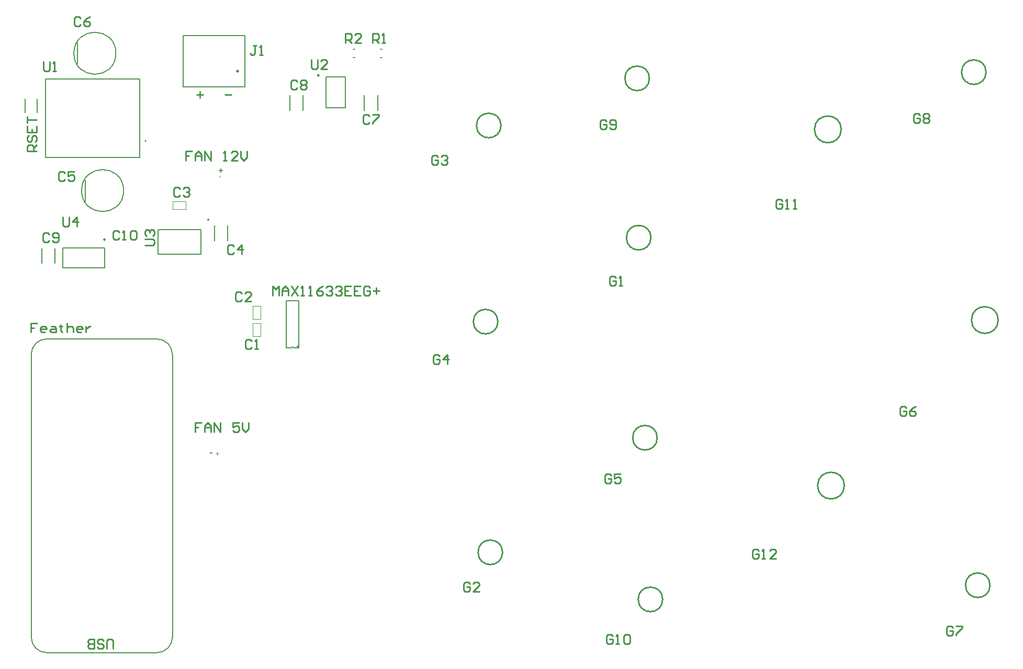
<source format=gto>
G04*
G04 #@! TF.GenerationSoftware,Altium Limited,Altium Designer,24.7.2 (38)*
G04*
G04 Layer_Color=65535*
%FSLAX44Y44*%
%MOMM*%
G71*
G04*
G04 #@! TF.SameCoordinates,47DF3F7B-CD24-4F9F-A129-F279A797EA3D*
G04*
G04*
G04 #@! TF.FilePolarity,Positive*
G04*
G01*
G75*
%ADD10C,0.2500*%
%ADD11C,0.2800*%
%ADD12C,0.2540*%
%ADD13C,0.2000*%
%ADD14C,0.1500*%
%ADD15C,0.1524*%
%ADD16C,0.1270*%
%ADD17C,0.1000*%
G36*
X2047040Y3941991D02*
Y3940785D01*
X2043357D01*
Y3941991D01*
X2047040D01*
D02*
G37*
G36*
X2055816Y3943350D02*
Y3940670D01*
X2058470D01*
Y3939553D01*
X2055816D01*
Y3936898D01*
X2054685D01*
Y3939553D01*
X2052031D01*
Y3940670D01*
X2054685D01*
Y3943350D01*
X2055816D01*
D02*
G37*
G36*
X2061197Y4399166D02*
X2063852D01*
Y4398035D01*
X2061197D01*
Y4395381D01*
X2060080D01*
Y4398035D01*
X2057400D01*
Y4399166D01*
X2060080D01*
Y4401820D01*
X2061197D01*
Y4399166D01*
D02*
G37*
G36*
X2059965Y4386707D02*
X2058759D01*
Y4390390D01*
X2059965D01*
Y4386707D01*
D02*
G37*
D10*
X1873710Y4287040D02*
G03*
X1873710Y4287040I-1250J0D01*
G01*
X2219630Y4552810D02*
G03*
X2219630Y4552810I-1250J0D01*
G01*
D11*
X2089180Y4559540D02*
G03*
X2089180Y4559540I-1400J0D01*
G01*
D12*
X2514058Y4471624D02*
G03*
X2514058Y4471624I-19838J0D01*
G01*
X2756688Y4290060D02*
G03*
X2756688Y4290060I-19838J0D01*
G01*
X3069590Y3888740D02*
G03*
X3069590Y3888740I-21590J0D01*
G01*
X3318510Y4156710D02*
G03*
X3318510Y4156710I-21590J0D01*
G01*
X2775678Y3704544D02*
G03*
X2775678Y3704544I-19838J0D01*
G01*
X2754148Y4547870D02*
G03*
X2754148Y4547870I-19838J0D01*
G01*
X3298918Y4557985D02*
G03*
X3298918Y4557985I-19838J0D01*
G01*
X2516598Y3780745D02*
G03*
X2516598Y3780745I-19838J0D01*
G01*
X2508978Y4154124D02*
G03*
X2508978Y4154124I-19838J0D01*
G01*
X2766788Y3966165D02*
G03*
X2766788Y3966165I-19838J0D01*
G01*
X3305328Y3727450D02*
G03*
X3305328Y3727450I-19838J0D01*
G01*
X3064510Y4465320D02*
G03*
X3064510Y4465320I-21590J0D01*
G01*
X2184160Y4114740D02*
X2185430Y4113470D01*
X1782823Y4295136D02*
X1780284Y4297675D01*
X1775205D01*
X1772666Y4295136D01*
Y4284979D01*
X1775205Y4282440D01*
X1780284D01*
X1782823Y4284979D01*
X1787901D02*
X1790440Y4282440D01*
X1795519D01*
X1798058Y4284979D01*
Y4295136D01*
X1795519Y4297675D01*
X1790440D01*
X1787901Y4295136D01*
Y4292597D01*
X1790440Y4290057D01*
X1798058D01*
X1896107Y4299200D02*
X1893568Y4301739D01*
X1888489D01*
X1885950Y4299200D01*
Y4289043D01*
X1888489Y4286504D01*
X1893568D01*
X1896107Y4289043D01*
X1901185Y4286504D02*
X1906263D01*
X1903724D01*
Y4301739D01*
X1901185Y4299200D01*
X1913881D02*
X1916420Y4301739D01*
X1921499D01*
X1924038Y4299200D01*
Y4289043D01*
X1921499Y4286504D01*
X1916420D01*
X1913881Y4289043D01*
Y4299200D01*
X1805178Y4323583D02*
Y4310887D01*
X1807717Y4308348D01*
X1812796D01*
X1815335Y4310887D01*
Y4323583D01*
X1828031Y4308348D02*
Y4323583D01*
X1820413Y4315966D01*
X1830570D01*
X2118360Y4601208D02*
X2113282D01*
X2115821D01*
Y4588512D01*
X2113282Y4585973D01*
X2110742D01*
X2108203Y4588512D01*
X2123438Y4585973D02*
X2128517D01*
X2125978D01*
Y4601208D01*
X2123438Y4598668D01*
X2301241Y4486908D02*
X2298702Y4489448D01*
X2293623D01*
X2291084Y4486908D01*
Y4476752D01*
X2293623Y4474213D01*
X2298702D01*
X2301241Y4476752D01*
X2306319Y4489448D02*
X2316476D01*
Y4486908D01*
X2306319Y4476752D01*
Y4474213D01*
X2306320Y4605274D02*
Y4620509D01*
X2313938D01*
X2316477Y4617970D01*
Y4612892D01*
X2313938Y4610352D01*
X2306320D01*
X2311398D02*
X2316477Y4605274D01*
X2321555D02*
X2326633D01*
X2324094D01*
Y4620509D01*
X2321555Y4617970D01*
X2184143Y4542786D02*
X2181604Y4545325D01*
X2176525D01*
X2173986Y4542786D01*
Y4532629D01*
X2176525Y4530090D01*
X2181604D01*
X2184143Y4532629D01*
X2189221Y4542786D02*
X2191760Y4545325D01*
X2196839D01*
X2199378Y4542786D01*
Y4540247D01*
X2196839Y4537708D01*
X2199378Y4535168D01*
Y4532629D01*
X2196839Y4530090D01*
X2191760D01*
X2189221Y4532629D01*
Y4535168D01*
X2191760Y4537708D01*
X2189221Y4540247D01*
Y4542786D01*
X2191760Y4537708D02*
X2196839D01*
X2262378Y4605274D02*
Y4620509D01*
X2269996D01*
X2272535Y4617970D01*
Y4612892D01*
X2269996Y4610352D01*
X2262378D01*
X2267456D02*
X2272535Y4605274D01*
X2287770D02*
X2277613D01*
X2287770Y4615431D01*
Y4617970D01*
X2285231Y4620509D01*
X2280152D01*
X2277613Y4617970D01*
X2207514Y4578091D02*
Y4565395D01*
X2210053Y4562856D01*
X2215132D01*
X2217671Y4565395D01*
Y4578091D01*
X2232906Y4562856D02*
X2222749D01*
X2232906Y4573013D01*
Y4575552D01*
X2230367Y4578091D01*
X2225288D01*
X2222749Y4575552D01*
X2021840Y4521198D02*
X2031997D01*
X2026918Y4526276D02*
Y4516119D01*
X2067545Y4521198D02*
X2077702D01*
X1885940Y3624595D02*
Y3637291D01*
X1883401Y3639830D01*
X1878323D01*
X1875783Y3637291D01*
Y3624595D01*
X1860548Y3627134D02*
X1863087Y3624595D01*
X1868166D01*
X1870705Y3627134D01*
Y3629673D01*
X1868166Y3632212D01*
X1863087D01*
X1860548Y3634751D01*
Y3637291D01*
X1863087Y3639830D01*
X1868166D01*
X1870705Y3637291D01*
X1855470Y3624595D02*
Y3639830D01*
X1847852D01*
X1845313Y3637291D01*
Y3634751D01*
X1847852Y3632212D01*
X1855470D01*
X1847852D01*
X1845313Y3629673D01*
Y3627134D01*
X1847852Y3624595D01*
X1855470D01*
X1994659Y4369304D02*
X1992119Y4371843D01*
X1987041D01*
X1984502Y4369304D01*
Y4359147D01*
X1987041Y4356608D01*
X1992119D01*
X1994659Y4359147D01*
X1999737Y4369304D02*
X2002276Y4371843D01*
X2007355D01*
X2009894Y4369304D01*
Y4366765D01*
X2007355Y4364225D01*
X2004815D01*
X2007355D01*
X2009894Y4361686D01*
Y4359147D01*
X2007355Y4356608D01*
X2002276D01*
X1999737Y4359147D01*
X2094231Y4199888D02*
X2091692Y4202427D01*
X2086613D01*
X2084074Y4199888D01*
Y4189732D01*
X2086613Y4187192D01*
X2091692D01*
X2094231Y4189732D01*
X2109466Y4187192D02*
X2099309D01*
X2109466Y4197349D01*
Y4199888D01*
X2106927Y4202427D01*
X2101848D01*
X2099309Y4199888D01*
X2110740Y4122418D02*
X2108201Y4124958D01*
X2103123D01*
X2100583Y4122418D01*
Y4112262D01*
X2103123Y4109723D01*
X2108201D01*
X2110740Y4112262D01*
X2115818Y4109723D02*
X2120897D01*
X2118358D01*
Y4124958D01*
X2115818Y4122418D01*
X1762758Y4429769D02*
X1747522D01*
Y4437386D01*
X1750062Y4439926D01*
X1755140D01*
X1757679Y4437386D01*
Y4429769D01*
Y4434847D02*
X1762758Y4439926D01*
X1750062Y4455161D02*
X1747522Y4452622D01*
Y4447543D01*
X1750062Y4445004D01*
X1752601D01*
X1755140Y4447543D01*
Y4452622D01*
X1757679Y4455161D01*
X1760218D01*
X1762758Y4452622D01*
Y4447543D01*
X1760218Y4445004D01*
X1747522Y4470396D02*
Y4460239D01*
X1762758D01*
Y4470396D01*
X1755140Y4460239D02*
Y4465317D01*
X1747522Y4475474D02*
Y4485631D01*
Y4480553D01*
X1762758D01*
X2014233Y4429757D02*
X2004076D01*
Y4422140D01*
X2009154D01*
X2004076D01*
Y4414522D01*
X2019311D02*
Y4424679D01*
X2024389Y4429757D01*
X2029468Y4424679D01*
Y4414522D01*
Y4422140D01*
X2019311D01*
X2034546Y4414522D02*
Y4429757D01*
X2044703Y4414522D01*
Y4429757D01*
X2065016Y4414522D02*
X2070095D01*
X2067556D01*
Y4429757D01*
X2065016Y4427218D01*
X2087869Y4414522D02*
X2077712D01*
X2087869Y4424679D01*
Y4427218D01*
X2085330Y4429757D01*
X2080251D01*
X2077712Y4427218D01*
X2092947Y4429757D02*
Y4419601D01*
X2098026Y4414522D01*
X2103104Y4419601D01*
Y4429757D01*
X2029471Y3990338D02*
X2019314D01*
Y3982720D01*
X2024392D01*
X2019314D01*
Y3975103D01*
X2034549D02*
Y3985259D01*
X2039627Y3990338D01*
X2044706Y3985259D01*
Y3975103D01*
Y3982720D01*
X2034549D01*
X2049784Y3975103D02*
Y3990338D01*
X2059941Y3975103D01*
Y3990338D01*
X2090411D02*
X2080254D01*
Y3982720D01*
X2085333Y3985259D01*
X2087872D01*
X2090411Y3982720D01*
Y3977642D01*
X2087872Y3975103D01*
X2082793D01*
X2080254Y3977642D01*
X2095489Y3990338D02*
Y3980181D01*
X2100568Y3975103D01*
X2105646Y3980181D01*
Y3990338D01*
X2969262Y4349748D02*
X2966723Y4352288D01*
X2961645D01*
X2959106Y4349748D01*
Y4339592D01*
X2961645Y4337053D01*
X2966723D01*
X2969262Y4339592D01*
Y4344670D01*
X2964184D01*
X2974341Y4337053D02*
X2979419D01*
X2976880D01*
Y4352288D01*
X2974341Y4349748D01*
X2987036Y4337053D02*
X2992115D01*
X2989576D01*
Y4352288D01*
X2987036Y4349748D01*
X2931163Y3783328D02*
X2928624Y3785868D01*
X2923546D01*
X2921006Y3783328D01*
Y3773172D01*
X2923546Y3770633D01*
X2928624D01*
X2931163Y3773172D01*
Y3778250D01*
X2926085D01*
X2936241Y3770633D02*
X2941320D01*
X2938781D01*
Y3785868D01*
X2936241Y3783328D01*
X2959094Y3770633D02*
X2948937D01*
X2959094Y3780789D01*
Y3783328D01*
X2956555Y3785868D01*
X2951476D01*
X2948937Y3783328D01*
X2694943Y3644898D02*
X2692404Y3647437D01*
X2687325D01*
X2684786Y3644898D01*
Y3634742D01*
X2687325Y3632202D01*
X2692404D01*
X2694943Y3634742D01*
Y3639820D01*
X2689865D01*
X2700021Y3632202D02*
X2705099D01*
X2702560D01*
Y3647437D01*
X2700021Y3644898D01*
X2712717D02*
X2715256Y3647437D01*
X2720335D01*
X2722874Y3644898D01*
Y3634742D01*
X2720335Y3632202D01*
X2715256D01*
X2712717Y3634742D01*
Y3644898D01*
X2684781Y4478018D02*
X2682242Y4480558D01*
X2677163D01*
X2674624Y4478018D01*
Y4467862D01*
X2677163Y4465323D01*
X2682242D01*
X2684781Y4467862D01*
Y4472940D01*
X2679702D01*
X2689859Y4467862D02*
X2692398Y4465323D01*
X2697477D01*
X2700016Y4467862D01*
Y4478018D01*
X2697477Y4480558D01*
X2692398D01*
X2689859Y4478018D01*
Y4475479D01*
X2692398Y4472940D01*
X2700016D01*
X3191511Y4488178D02*
X3188972Y4490717D01*
X3183893D01*
X3181354Y4488178D01*
Y4478022D01*
X3183893Y4475482D01*
X3188972D01*
X3191511Y4478022D01*
Y4483100D01*
X3186432D01*
X3196589Y4488178D02*
X3199128Y4490717D01*
X3204207D01*
X3206746Y4488178D01*
Y4485639D01*
X3204207Y4483100D01*
X3206746Y4480561D01*
Y4478022D01*
X3204207Y4475482D01*
X3199128D01*
X3196589Y4478022D01*
Y4480561D01*
X3199128Y4483100D01*
X3196589Y4485639D01*
Y4488178D01*
X3199128Y4483100D02*
X3204207D01*
X3244911Y3658914D02*
X3242372Y3661453D01*
X3237293D01*
X3234754Y3658914D01*
Y3648757D01*
X3237293Y3646218D01*
X3242372D01*
X3244911Y3648757D01*
Y3653835D01*
X3239832D01*
X3249989Y3661453D02*
X3260146D01*
Y3658914D01*
X3249989Y3648757D01*
Y3646218D01*
X3169921Y4014468D02*
X3167382Y4017007D01*
X3162303D01*
X3159764Y4014468D01*
Y4004312D01*
X3162303Y4001772D01*
X3167382D01*
X3169921Y4004312D01*
Y4009390D01*
X3164843D01*
X3185156Y4017007D02*
X3180078Y4014468D01*
X3174999Y4009390D01*
Y4004312D01*
X3177538Y4001772D01*
X3182617D01*
X3185156Y4004312D01*
Y4006851D01*
X3182617Y4009390D01*
X3174999D01*
X2692401Y3905248D02*
X2689862Y3907787D01*
X2684783D01*
X2682244Y3905248D01*
Y3895092D01*
X2684783Y3892552D01*
X2689862D01*
X2692401Y3895092D01*
Y3900170D01*
X2687322D01*
X2707636Y3907787D02*
X2697479D01*
Y3900170D01*
X2702557Y3902709D01*
X2705097D01*
X2707636Y3900170D01*
Y3895092D01*
X2705097Y3892552D01*
X2700018D01*
X2697479Y3895092D01*
X2414271Y4098288D02*
X2411732Y4100828D01*
X2406653D01*
X2404114Y4098288D01*
Y4088132D01*
X2406653Y4085593D01*
X2411732D01*
X2414271Y4088132D01*
Y4093210D01*
X2409193D01*
X2426967Y4085593D02*
Y4100828D01*
X2419349Y4093210D01*
X2429506D01*
X2411731Y4420868D02*
X2409192Y4423408D01*
X2404113D01*
X2401574Y4420868D01*
Y4410712D01*
X2404113Y4408173D01*
X2409192D01*
X2411731Y4410712D01*
Y4415790D01*
X2406653D01*
X2416809Y4420868D02*
X2419348Y4423408D01*
X2424427D01*
X2426966Y4420868D01*
Y4418329D01*
X2424427Y4415790D01*
X2421888D01*
X2424427D01*
X2426966Y4413251D01*
Y4410712D01*
X2424427Y4408173D01*
X2419348D01*
X2416809Y4410712D01*
X2463801Y3729988D02*
X2461262Y3732527D01*
X2456183D01*
X2453644Y3729988D01*
Y3719832D01*
X2456183Y3717292D01*
X2461262D01*
X2463801Y3719832D01*
Y3724910D01*
X2458723D01*
X2479036Y3717292D02*
X2468879D01*
X2479036Y3727449D01*
Y3729988D01*
X2476497Y3732527D01*
X2471418D01*
X2468879Y3729988D01*
X2700020Y4225288D02*
X2697481Y4227827D01*
X2692403D01*
X2689863Y4225288D01*
Y4215132D01*
X2692403Y4212592D01*
X2697481D01*
X2700020Y4215132D01*
Y4220210D01*
X2694942D01*
X2705098Y4212592D02*
X2710177D01*
X2707638D01*
Y4227827D01*
X2705098Y4225288D01*
X1763773Y4151879D02*
X1753616D01*
Y4144261D01*
X1758694D01*
X1753616D01*
Y4136644D01*
X1776469D02*
X1771390D01*
X1768851Y4139183D01*
Y4144261D01*
X1771390Y4146801D01*
X1776469D01*
X1779008Y4144261D01*
Y4141722D01*
X1768851D01*
X1786625Y4146801D02*
X1791704D01*
X1794243Y4144261D01*
Y4136644D01*
X1786625D01*
X1784086Y4139183D01*
X1786625Y4141722D01*
X1794243D01*
X1801860Y4149340D02*
Y4146801D01*
X1799321D01*
X1804400D01*
X1801860D01*
Y4139183D01*
X1804400Y4136644D01*
X1812017Y4151879D02*
Y4136644D01*
Y4144261D01*
X1814556Y4146801D01*
X1819635D01*
X1822174Y4144261D01*
Y4136644D01*
X1834870D02*
X1829791D01*
X1827252Y4139183D01*
Y4144261D01*
X1829791Y4146801D01*
X1834870D01*
X1837409Y4144261D01*
Y4141722D01*
X1827252D01*
X1842487Y4146801D02*
Y4136644D01*
Y4141722D01*
X1845026Y4144261D01*
X1847566Y4146801D01*
X1850105D01*
X1938022Y4277364D02*
X1950718D01*
X1953257Y4279903D01*
Y4284982D01*
X1950718Y4287521D01*
X1938022D01*
X1940562Y4292599D02*
X1938022Y4295139D01*
Y4300217D01*
X1940562Y4302756D01*
X1943101D01*
X1945640Y4300217D01*
Y4297678D01*
Y4300217D01*
X1948179Y4302756D01*
X1950718D01*
X1953257Y4300217D01*
Y4295139D01*
X1950718Y4292599D01*
X1773936Y4574789D02*
Y4562093D01*
X1776475Y4559554D01*
X1781553D01*
X1784093Y4562093D01*
Y4574789D01*
X1789171Y4559554D02*
X1794249D01*
X1791710D01*
Y4574789D01*
X1789171Y4572250D01*
X2144268Y4196588D02*
Y4211823D01*
X2149346Y4206745D01*
X2154425Y4211823D01*
Y4196588D01*
X2159503D02*
Y4206745D01*
X2164581Y4211823D01*
X2169660Y4206745D01*
Y4196588D01*
Y4204206D01*
X2159503D01*
X2174738Y4211823D02*
X2184895Y4196588D01*
Y4211823D02*
X2174738Y4196588D01*
X2189973D02*
X2195052D01*
X2192512D01*
Y4211823D01*
X2189973Y4209284D01*
X2202669Y4196588D02*
X2207747D01*
X2205208D01*
Y4211823D01*
X2202669Y4209284D01*
X2225522Y4211823D02*
X2220443Y4209284D01*
X2215365Y4204206D01*
Y4199127D01*
X2217904Y4196588D01*
X2222982D01*
X2225522Y4199127D01*
Y4201666D01*
X2222982Y4204206D01*
X2215365D01*
X2230600Y4209284D02*
X2233139Y4211823D01*
X2238218D01*
X2240757Y4209284D01*
Y4206745D01*
X2238218Y4204206D01*
X2235678D01*
X2238218D01*
X2240757Y4201666D01*
Y4199127D01*
X2238218Y4196588D01*
X2233139D01*
X2230600Y4199127D01*
X2245835Y4209284D02*
X2248374Y4211823D01*
X2253453D01*
X2255992Y4209284D01*
Y4206745D01*
X2253453Y4204206D01*
X2250914D01*
X2253453D01*
X2255992Y4201666D01*
Y4199127D01*
X2253453Y4196588D01*
X2248374D01*
X2245835Y4199127D01*
X2271227Y4211823D02*
X2261070D01*
Y4196588D01*
X2271227D01*
X2261070Y4204206D02*
X2266149D01*
X2286462Y4211823D02*
X2276305D01*
Y4196588D01*
X2286462D01*
X2276305Y4204206D02*
X2281384D01*
X2301697Y4209284D02*
X2299158Y4211823D01*
X2294079D01*
X2291540Y4209284D01*
Y4199127D01*
X2294079Y4196588D01*
X2299158D01*
X2301697Y4199127D01*
Y4204206D01*
X2296619D01*
X2306775D02*
X2316932D01*
X2311854Y4209284D02*
Y4199127D01*
X1833623Y4644894D02*
X1831084Y4647433D01*
X1826005D01*
X1823466Y4644894D01*
Y4634737D01*
X1826005Y4632198D01*
X1831084D01*
X1833623Y4634737D01*
X1848858Y4647433D02*
X1843779Y4644894D01*
X1838701Y4639815D01*
Y4634737D01*
X1841240Y4632198D01*
X1846319D01*
X1848858Y4634737D01*
Y4637276D01*
X1846319Y4639815D01*
X1838701D01*
X1808481Y4394198D02*
X1805942Y4396737D01*
X1800863D01*
X1798324Y4394198D01*
Y4384042D01*
X1800863Y4381502D01*
X1805942D01*
X1808481Y4384042D01*
X1823716Y4396737D02*
X1813559D01*
Y4389120D01*
X1818638Y4391659D01*
X1821177D01*
X1823716Y4389120D01*
Y4384042D01*
X1821177Y4381502D01*
X1816098D01*
X1813559Y4384042D01*
X2081531Y4276088D02*
X2078992Y4278628D01*
X2073913D01*
X2071374Y4276088D01*
Y4265932D01*
X2073913Y4263393D01*
X2078992D01*
X2081531Y4265932D01*
X2094227Y4263393D02*
Y4278628D01*
X2086609Y4271010D01*
X2096766D01*
D13*
X2178130Y4112200D02*
G03*
X2174950Y4112200I-1590J0D01*
G01*
X1939920Y4446610D02*
G03*
X1939920Y4446610I-1000J0D01*
G01*
X1771060Y4248789D02*
Y4272911D01*
X1792560Y4248789D02*
Y4272911D01*
X1805460Y4273040D02*
X1872460D01*
X1805460Y4241040D02*
X1872460D01*
Y4273040D01*
X1805460Y4241040D02*
Y4273040D01*
X2314530Y4496439D02*
Y4520561D01*
X2293030Y4496439D02*
Y4520561D01*
X2319040Y4581510D02*
X2321540D01*
X2319040Y4595510D02*
X2321540D01*
X2172380Y4496439D02*
Y4520561D01*
X2193880Y4496439D02*
Y4520561D01*
X2275000Y4581510D02*
X2277500D01*
X2275000Y4595510D02*
X2277500D01*
X2230630Y4500010D02*
X2262630D01*
X2230630Y4550010D02*
X2262630D01*
Y4500010D02*
Y4550010D01*
X2230630Y4500010D02*
Y4550010D01*
X1763870Y4492420D02*
Y4514420D01*
X1743870Y4492420D02*
Y4514420D01*
X2186860Y4111560D02*
Y4187880D01*
X2166460D02*
X2186860D01*
X2166460Y4111560D02*
Y4187880D01*
Y4111560D02*
X2175070D01*
X2178250D02*
X2186860D01*
X1841440Y4348760D02*
Y4383760D01*
X2050460Y4285620D02*
Y4309740D01*
X2071960Y4285620D02*
Y4309740D01*
X1828940Y4571010D02*
Y4606010D01*
D14*
X1903440Y4366260D02*
G03*
X1903440Y4366260I-34000J0D01*
G01*
X1890940Y4588510D02*
G03*
X1890940Y4588510I-34000J0D01*
G01*
D15*
X2041538Y4319270D02*
G03*
X2041538Y4319270I-1270J0D01*
G01*
X1959242Y4302633D02*
X2028838D01*
X1959242Y4263009D02*
Y4302633D01*
Y4263009D02*
X2028838D01*
Y4302633D01*
D16*
X1957070Y3618230D02*
G03*
X1982470Y3643630I0J25400D01*
G01*
X1753870D02*
G03*
X1779270Y3618230I25400J0D01*
G01*
Y4126230D02*
G03*
X1753870Y4100830I0J-25400D01*
G01*
X1982470D02*
G03*
X1957070Y4126230I-25400J0D01*
G01*
X2099780Y4534540D02*
Y4617540D01*
X1999780D02*
X2099780D01*
X1999780Y4534540D02*
Y4617540D01*
Y4534540D02*
X2099780D01*
X1779270Y3618230D02*
X1957070D01*
X1753870Y3643630D02*
Y4100830D01*
X1779270Y4126230D02*
X1957070D01*
X1982470Y3643630D02*
Y4100830D01*
X1776720Y4419610D02*
X1929120D01*
X1776720Y4546610D02*
X1929120D01*
Y4419610D02*
Y4546610D01*
X1776720Y4419610D02*
Y4546610D01*
D17*
X2112010Y4151630D02*
X2124710D01*
X2112010Y4130040D02*
X2124710D01*
Y4151630D01*
X2112010Y4130040D02*
Y4151630D01*
Y4179570D02*
X2124710D01*
X2112010Y4157980D02*
X2124710D01*
Y4179570D01*
X2112010Y4157980D02*
Y4179570D01*
X1982470Y4335780D02*
Y4348480D01*
X2004060Y4335780D02*
Y4348480D01*
X1982470D02*
X2004060D01*
X1982470Y4335780D02*
X2004060D01*
M02*

</source>
